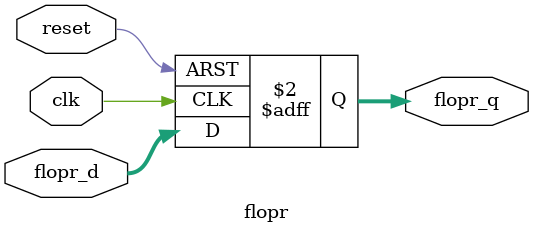
<source format=sv>
`timescale 1ns / 1ps

module flopr #(parameter WIDTH = 32)(
    input   logic               clk,reset,
    input   logic [WIDTH-1:0]   flopr_d,
    output  logic [WIDTH-1:0]   flopr_q
);
    always_ff @(posedge clk, posedge reset) begin
        if(reset)   flopr_q <= 0;
        else        flopr_q <= flopr_d;
    end
endmodule

</source>
